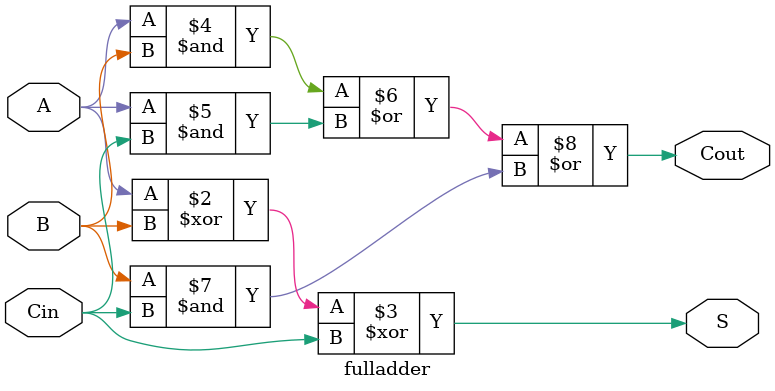
<source format=sv>
`timescale 1ns / 1ps


`timescale 1ns / 1ps

// 1 Î»È«¼ÓÆ÷
module fulladder (
    input  logic A,      // ±»¼ÓÊýÎ»
    input  logic B,      // ¼ÓÊýÎ»
    input  logic Cin,    // À´×ÔµÍÎ»µÄ½øÎ»
    output logic S,      // ±¾Î»ºÍ
    output logic Cout    // Ïò¸ßÎ»µÄ½øÎ»
);
    // Âß¼­±í´ïÊ½£º
    // S    = A ^ B ^ Cin
    // Cout = (A & B) | (A & Cin) | (B & Cin)
    always_comb begin
        S    = A ^ B ^ Cin;
        Cout = (A & B) | (A & Cin) | (B & Cin);
    end

endmodule

</source>
